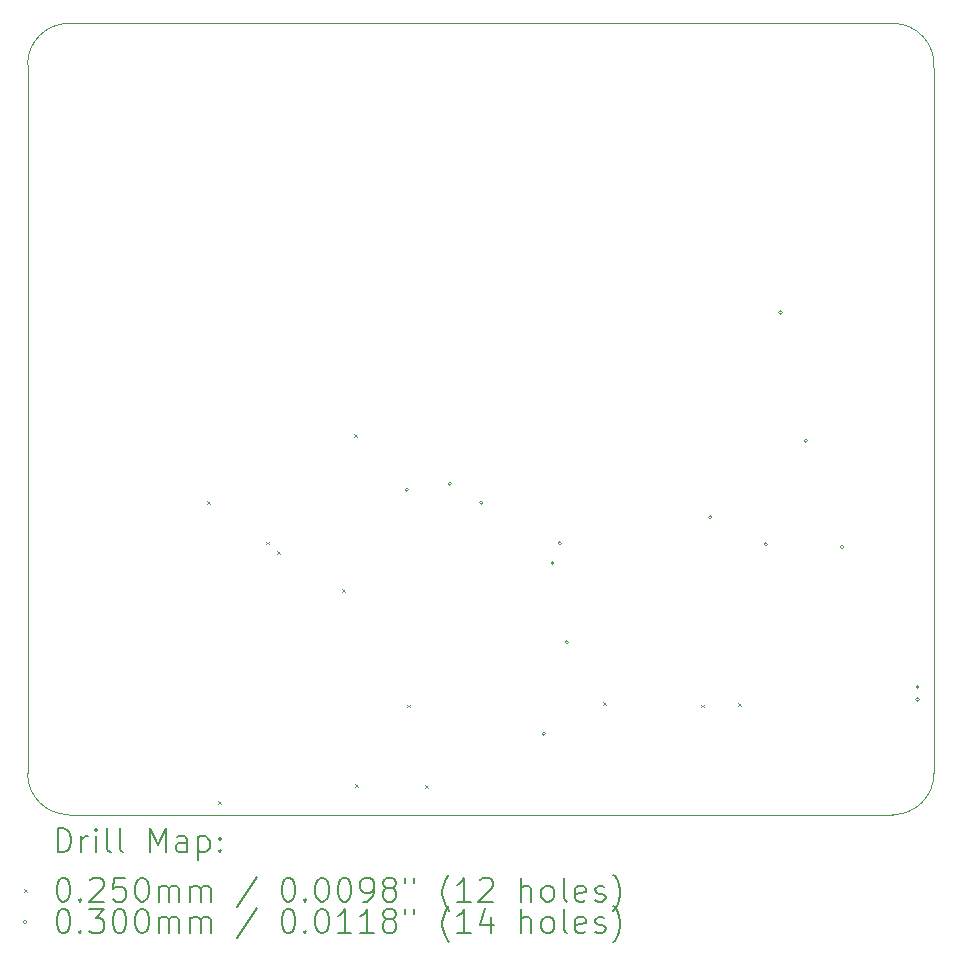
<source format=gbr>
%TF.GenerationSoftware,KiCad,Pcbnew,8.0.4*%
%TF.CreationDate,2024-12-09T12:19:38+01:00*%
%TF.ProjectId,BLDC motor controller,424c4443-206d-46f7-946f-7220636f6e74,1.1*%
%TF.SameCoordinates,Original*%
%TF.FileFunction,Drillmap*%
%TF.FilePolarity,Positive*%
%FSLAX45Y45*%
G04 Gerber Fmt 4.5, Leading zero omitted, Abs format (unit mm)*
G04 Created by KiCad (PCBNEW 8.0.4) date 2024-12-09 12:19:38*
%MOMM*%
%LPD*%
G01*
G04 APERTURE LIST*
%ADD10C,0.100000*%
%ADD11C,0.200000*%
G04 APERTURE END LIST*
D10*
X9725000Y-6750000D02*
X16700000Y-6750000D01*
X9375000Y-7100000D02*
G75*
G02*
X9725000Y-6750000I350000J0D01*
G01*
X9375000Y-13100000D02*
X9375000Y-8750000D01*
X16700000Y-6750000D02*
G75*
G02*
X17049111Y-7124936I0J-350000D01*
G01*
X9725000Y-13450000D02*
X16700000Y-13450000D01*
X17050000Y-13100000D02*
X17050000Y-7125000D01*
X17050000Y-13100000D02*
G75*
G02*
X16700000Y-13450000I-350000J0D01*
G01*
X9725000Y-13450000D02*
G75*
G02*
X9375000Y-13100000I0J350000D01*
G01*
X9375000Y-8750000D02*
X9375000Y-7100000D01*
D11*
D10*
X10892500Y-10792500D02*
X10917500Y-10817500D01*
X10917500Y-10792500D02*
X10892500Y-10817500D01*
X10990000Y-13335000D02*
X11015000Y-13360000D01*
X11015000Y-13335000D02*
X10990000Y-13360000D01*
X11397500Y-11137500D02*
X11422500Y-11162500D01*
X11422500Y-11137500D02*
X11397500Y-11162500D01*
X11487500Y-11217500D02*
X11512500Y-11242500D01*
X11512500Y-11217500D02*
X11487500Y-11242500D01*
X12037500Y-11537500D02*
X12062500Y-11562500D01*
X12062500Y-11537500D02*
X12037500Y-11562500D01*
X12137500Y-10227500D02*
X12162500Y-10252500D01*
X12162500Y-10227500D02*
X12137500Y-10252500D01*
X12147500Y-13187500D02*
X12172500Y-13212500D01*
X12172500Y-13187500D02*
X12147500Y-13212500D01*
X12587500Y-12517500D02*
X12612500Y-12542500D01*
X12612500Y-12517500D02*
X12587500Y-12542500D01*
X12744500Y-13200500D02*
X12769500Y-13225500D01*
X12769500Y-13200500D02*
X12744500Y-13225500D01*
X14250000Y-12500000D02*
X14275000Y-12525000D01*
X14275000Y-12500000D02*
X14250000Y-12525000D01*
X15077500Y-12517500D02*
X15102500Y-12542500D01*
X15102500Y-12517500D02*
X15077500Y-12542500D01*
X15392500Y-12502500D02*
X15417500Y-12527500D01*
X15417500Y-12502500D02*
X15392500Y-12527500D01*
X12601565Y-10700000D02*
G75*
G02*
X12571565Y-10700000I-15000J0D01*
G01*
X12571565Y-10700000D02*
G75*
G02*
X12601565Y-10700000I15000J0D01*
G01*
X12965000Y-10650000D02*
G75*
G02*
X12935000Y-10650000I-15000J0D01*
G01*
X12935000Y-10650000D02*
G75*
G02*
X12965000Y-10650000I15000J0D01*
G01*
X13232882Y-10810000D02*
G75*
G02*
X13202882Y-10810000I-15000J0D01*
G01*
X13202882Y-10810000D02*
G75*
G02*
X13232882Y-10810000I15000J0D01*
G01*
X13760000Y-12765000D02*
G75*
G02*
X13730000Y-12765000I-15000J0D01*
G01*
X13730000Y-12765000D02*
G75*
G02*
X13760000Y-12765000I15000J0D01*
G01*
X13835000Y-11320398D02*
G75*
G02*
X13805000Y-11320398I-15000J0D01*
G01*
X13805000Y-11320398D02*
G75*
G02*
X13835000Y-11320398I15000J0D01*
G01*
X13895793Y-11152552D02*
G75*
G02*
X13865793Y-11152552I-15000J0D01*
G01*
X13865793Y-11152552D02*
G75*
G02*
X13895793Y-11152552I15000J0D01*
G01*
X13954602Y-11990000D02*
G75*
G02*
X13924602Y-11990000I-15000J0D01*
G01*
X13924602Y-11990000D02*
G75*
G02*
X13954602Y-11990000I15000J0D01*
G01*
X15170000Y-10932500D02*
G75*
G02*
X15140000Y-10932500I-15000J0D01*
G01*
X15140000Y-10932500D02*
G75*
G02*
X15170000Y-10932500I15000J0D01*
G01*
X15640000Y-11160000D02*
G75*
G02*
X15610000Y-11160000I-15000J0D01*
G01*
X15610000Y-11160000D02*
G75*
G02*
X15640000Y-11160000I15000J0D01*
G01*
X15765000Y-9200000D02*
G75*
G02*
X15735000Y-9200000I-15000J0D01*
G01*
X15735000Y-9200000D02*
G75*
G02*
X15765000Y-9200000I15000J0D01*
G01*
X15980000Y-10285000D02*
G75*
G02*
X15950000Y-10285000I-15000J0D01*
G01*
X15950000Y-10285000D02*
G75*
G02*
X15980000Y-10285000I15000J0D01*
G01*
X16285000Y-11185000D02*
G75*
G02*
X16255000Y-11185000I-15000J0D01*
G01*
X16255000Y-11185000D02*
G75*
G02*
X16285000Y-11185000I15000J0D01*
G01*
X16925000Y-12370000D02*
G75*
G02*
X16895000Y-12370000I-15000J0D01*
G01*
X16895000Y-12370000D02*
G75*
G02*
X16925000Y-12370000I15000J0D01*
G01*
X16925000Y-12475000D02*
G75*
G02*
X16895000Y-12475000I-15000J0D01*
G01*
X16895000Y-12475000D02*
G75*
G02*
X16925000Y-12475000I15000J0D01*
G01*
D11*
X9630777Y-13766484D02*
X9630777Y-13566484D01*
X9630777Y-13566484D02*
X9678396Y-13566484D01*
X9678396Y-13566484D02*
X9706967Y-13576008D01*
X9706967Y-13576008D02*
X9726015Y-13595055D01*
X9726015Y-13595055D02*
X9735539Y-13614103D01*
X9735539Y-13614103D02*
X9745063Y-13652198D01*
X9745063Y-13652198D02*
X9745063Y-13680769D01*
X9745063Y-13680769D02*
X9735539Y-13718865D01*
X9735539Y-13718865D02*
X9726015Y-13737912D01*
X9726015Y-13737912D02*
X9706967Y-13756960D01*
X9706967Y-13756960D02*
X9678396Y-13766484D01*
X9678396Y-13766484D02*
X9630777Y-13766484D01*
X9830777Y-13766484D02*
X9830777Y-13633150D01*
X9830777Y-13671246D02*
X9840301Y-13652198D01*
X9840301Y-13652198D02*
X9849824Y-13642674D01*
X9849824Y-13642674D02*
X9868872Y-13633150D01*
X9868872Y-13633150D02*
X9887920Y-13633150D01*
X9954586Y-13766484D02*
X9954586Y-13633150D01*
X9954586Y-13566484D02*
X9945063Y-13576008D01*
X9945063Y-13576008D02*
X9954586Y-13585531D01*
X9954586Y-13585531D02*
X9964110Y-13576008D01*
X9964110Y-13576008D02*
X9954586Y-13566484D01*
X9954586Y-13566484D02*
X9954586Y-13585531D01*
X10078396Y-13766484D02*
X10059348Y-13756960D01*
X10059348Y-13756960D02*
X10049824Y-13737912D01*
X10049824Y-13737912D02*
X10049824Y-13566484D01*
X10183158Y-13766484D02*
X10164110Y-13756960D01*
X10164110Y-13756960D02*
X10154586Y-13737912D01*
X10154586Y-13737912D02*
X10154586Y-13566484D01*
X10411729Y-13766484D02*
X10411729Y-13566484D01*
X10411729Y-13566484D02*
X10478396Y-13709341D01*
X10478396Y-13709341D02*
X10545063Y-13566484D01*
X10545063Y-13566484D02*
X10545063Y-13766484D01*
X10726015Y-13766484D02*
X10726015Y-13661722D01*
X10726015Y-13661722D02*
X10716491Y-13642674D01*
X10716491Y-13642674D02*
X10697444Y-13633150D01*
X10697444Y-13633150D02*
X10659348Y-13633150D01*
X10659348Y-13633150D02*
X10640301Y-13642674D01*
X10726015Y-13756960D02*
X10706967Y-13766484D01*
X10706967Y-13766484D02*
X10659348Y-13766484D01*
X10659348Y-13766484D02*
X10640301Y-13756960D01*
X10640301Y-13756960D02*
X10630777Y-13737912D01*
X10630777Y-13737912D02*
X10630777Y-13718865D01*
X10630777Y-13718865D02*
X10640301Y-13699817D01*
X10640301Y-13699817D02*
X10659348Y-13690293D01*
X10659348Y-13690293D02*
X10706967Y-13690293D01*
X10706967Y-13690293D02*
X10726015Y-13680769D01*
X10821253Y-13633150D02*
X10821253Y-13833150D01*
X10821253Y-13642674D02*
X10840301Y-13633150D01*
X10840301Y-13633150D02*
X10878396Y-13633150D01*
X10878396Y-13633150D02*
X10897444Y-13642674D01*
X10897444Y-13642674D02*
X10906967Y-13652198D01*
X10906967Y-13652198D02*
X10916491Y-13671246D01*
X10916491Y-13671246D02*
X10916491Y-13728388D01*
X10916491Y-13728388D02*
X10906967Y-13747436D01*
X10906967Y-13747436D02*
X10897444Y-13756960D01*
X10897444Y-13756960D02*
X10878396Y-13766484D01*
X10878396Y-13766484D02*
X10840301Y-13766484D01*
X10840301Y-13766484D02*
X10821253Y-13756960D01*
X11002205Y-13747436D02*
X11011729Y-13756960D01*
X11011729Y-13756960D02*
X11002205Y-13766484D01*
X11002205Y-13766484D02*
X10992682Y-13756960D01*
X10992682Y-13756960D02*
X11002205Y-13747436D01*
X11002205Y-13747436D02*
X11002205Y-13766484D01*
X11002205Y-13642674D02*
X11011729Y-13652198D01*
X11011729Y-13652198D02*
X11002205Y-13661722D01*
X11002205Y-13661722D02*
X10992682Y-13652198D01*
X10992682Y-13652198D02*
X11002205Y-13642674D01*
X11002205Y-13642674D02*
X11002205Y-13661722D01*
D10*
X9345000Y-14082500D02*
X9370000Y-14107500D01*
X9370000Y-14082500D02*
X9345000Y-14107500D01*
D11*
X9668872Y-13986484D02*
X9687920Y-13986484D01*
X9687920Y-13986484D02*
X9706967Y-13996008D01*
X9706967Y-13996008D02*
X9716491Y-14005531D01*
X9716491Y-14005531D02*
X9726015Y-14024579D01*
X9726015Y-14024579D02*
X9735539Y-14062674D01*
X9735539Y-14062674D02*
X9735539Y-14110293D01*
X9735539Y-14110293D02*
X9726015Y-14148388D01*
X9726015Y-14148388D02*
X9716491Y-14167436D01*
X9716491Y-14167436D02*
X9706967Y-14176960D01*
X9706967Y-14176960D02*
X9687920Y-14186484D01*
X9687920Y-14186484D02*
X9668872Y-14186484D01*
X9668872Y-14186484D02*
X9649824Y-14176960D01*
X9649824Y-14176960D02*
X9640301Y-14167436D01*
X9640301Y-14167436D02*
X9630777Y-14148388D01*
X9630777Y-14148388D02*
X9621253Y-14110293D01*
X9621253Y-14110293D02*
X9621253Y-14062674D01*
X9621253Y-14062674D02*
X9630777Y-14024579D01*
X9630777Y-14024579D02*
X9640301Y-14005531D01*
X9640301Y-14005531D02*
X9649824Y-13996008D01*
X9649824Y-13996008D02*
X9668872Y-13986484D01*
X9821253Y-14167436D02*
X9830777Y-14176960D01*
X9830777Y-14176960D02*
X9821253Y-14186484D01*
X9821253Y-14186484D02*
X9811729Y-14176960D01*
X9811729Y-14176960D02*
X9821253Y-14167436D01*
X9821253Y-14167436D02*
X9821253Y-14186484D01*
X9906967Y-14005531D02*
X9916491Y-13996008D01*
X9916491Y-13996008D02*
X9935539Y-13986484D01*
X9935539Y-13986484D02*
X9983158Y-13986484D01*
X9983158Y-13986484D02*
X10002205Y-13996008D01*
X10002205Y-13996008D02*
X10011729Y-14005531D01*
X10011729Y-14005531D02*
X10021253Y-14024579D01*
X10021253Y-14024579D02*
X10021253Y-14043627D01*
X10021253Y-14043627D02*
X10011729Y-14072198D01*
X10011729Y-14072198D02*
X9897444Y-14186484D01*
X9897444Y-14186484D02*
X10021253Y-14186484D01*
X10202205Y-13986484D02*
X10106967Y-13986484D01*
X10106967Y-13986484D02*
X10097444Y-14081722D01*
X10097444Y-14081722D02*
X10106967Y-14072198D01*
X10106967Y-14072198D02*
X10126015Y-14062674D01*
X10126015Y-14062674D02*
X10173634Y-14062674D01*
X10173634Y-14062674D02*
X10192682Y-14072198D01*
X10192682Y-14072198D02*
X10202205Y-14081722D01*
X10202205Y-14081722D02*
X10211729Y-14100769D01*
X10211729Y-14100769D02*
X10211729Y-14148388D01*
X10211729Y-14148388D02*
X10202205Y-14167436D01*
X10202205Y-14167436D02*
X10192682Y-14176960D01*
X10192682Y-14176960D02*
X10173634Y-14186484D01*
X10173634Y-14186484D02*
X10126015Y-14186484D01*
X10126015Y-14186484D02*
X10106967Y-14176960D01*
X10106967Y-14176960D02*
X10097444Y-14167436D01*
X10335539Y-13986484D02*
X10354586Y-13986484D01*
X10354586Y-13986484D02*
X10373634Y-13996008D01*
X10373634Y-13996008D02*
X10383158Y-14005531D01*
X10383158Y-14005531D02*
X10392682Y-14024579D01*
X10392682Y-14024579D02*
X10402205Y-14062674D01*
X10402205Y-14062674D02*
X10402205Y-14110293D01*
X10402205Y-14110293D02*
X10392682Y-14148388D01*
X10392682Y-14148388D02*
X10383158Y-14167436D01*
X10383158Y-14167436D02*
X10373634Y-14176960D01*
X10373634Y-14176960D02*
X10354586Y-14186484D01*
X10354586Y-14186484D02*
X10335539Y-14186484D01*
X10335539Y-14186484D02*
X10316491Y-14176960D01*
X10316491Y-14176960D02*
X10306967Y-14167436D01*
X10306967Y-14167436D02*
X10297444Y-14148388D01*
X10297444Y-14148388D02*
X10287920Y-14110293D01*
X10287920Y-14110293D02*
X10287920Y-14062674D01*
X10287920Y-14062674D02*
X10297444Y-14024579D01*
X10297444Y-14024579D02*
X10306967Y-14005531D01*
X10306967Y-14005531D02*
X10316491Y-13996008D01*
X10316491Y-13996008D02*
X10335539Y-13986484D01*
X10487920Y-14186484D02*
X10487920Y-14053150D01*
X10487920Y-14072198D02*
X10497444Y-14062674D01*
X10497444Y-14062674D02*
X10516491Y-14053150D01*
X10516491Y-14053150D02*
X10545063Y-14053150D01*
X10545063Y-14053150D02*
X10564110Y-14062674D01*
X10564110Y-14062674D02*
X10573634Y-14081722D01*
X10573634Y-14081722D02*
X10573634Y-14186484D01*
X10573634Y-14081722D02*
X10583158Y-14062674D01*
X10583158Y-14062674D02*
X10602205Y-14053150D01*
X10602205Y-14053150D02*
X10630777Y-14053150D01*
X10630777Y-14053150D02*
X10649825Y-14062674D01*
X10649825Y-14062674D02*
X10659348Y-14081722D01*
X10659348Y-14081722D02*
X10659348Y-14186484D01*
X10754586Y-14186484D02*
X10754586Y-14053150D01*
X10754586Y-14072198D02*
X10764110Y-14062674D01*
X10764110Y-14062674D02*
X10783158Y-14053150D01*
X10783158Y-14053150D02*
X10811729Y-14053150D01*
X10811729Y-14053150D02*
X10830777Y-14062674D01*
X10830777Y-14062674D02*
X10840301Y-14081722D01*
X10840301Y-14081722D02*
X10840301Y-14186484D01*
X10840301Y-14081722D02*
X10849825Y-14062674D01*
X10849825Y-14062674D02*
X10868872Y-14053150D01*
X10868872Y-14053150D02*
X10897444Y-14053150D01*
X10897444Y-14053150D02*
X10916491Y-14062674D01*
X10916491Y-14062674D02*
X10926015Y-14081722D01*
X10926015Y-14081722D02*
X10926015Y-14186484D01*
X11316491Y-13976960D02*
X11145063Y-14234103D01*
X11573634Y-13986484D02*
X11592682Y-13986484D01*
X11592682Y-13986484D02*
X11611729Y-13996008D01*
X11611729Y-13996008D02*
X11621253Y-14005531D01*
X11621253Y-14005531D02*
X11630777Y-14024579D01*
X11630777Y-14024579D02*
X11640301Y-14062674D01*
X11640301Y-14062674D02*
X11640301Y-14110293D01*
X11640301Y-14110293D02*
X11630777Y-14148388D01*
X11630777Y-14148388D02*
X11621253Y-14167436D01*
X11621253Y-14167436D02*
X11611729Y-14176960D01*
X11611729Y-14176960D02*
X11592682Y-14186484D01*
X11592682Y-14186484D02*
X11573634Y-14186484D01*
X11573634Y-14186484D02*
X11554586Y-14176960D01*
X11554586Y-14176960D02*
X11545063Y-14167436D01*
X11545063Y-14167436D02*
X11535539Y-14148388D01*
X11535539Y-14148388D02*
X11526015Y-14110293D01*
X11526015Y-14110293D02*
X11526015Y-14062674D01*
X11526015Y-14062674D02*
X11535539Y-14024579D01*
X11535539Y-14024579D02*
X11545063Y-14005531D01*
X11545063Y-14005531D02*
X11554586Y-13996008D01*
X11554586Y-13996008D02*
X11573634Y-13986484D01*
X11726015Y-14167436D02*
X11735539Y-14176960D01*
X11735539Y-14176960D02*
X11726015Y-14186484D01*
X11726015Y-14186484D02*
X11716491Y-14176960D01*
X11716491Y-14176960D02*
X11726015Y-14167436D01*
X11726015Y-14167436D02*
X11726015Y-14186484D01*
X11859348Y-13986484D02*
X11878396Y-13986484D01*
X11878396Y-13986484D02*
X11897444Y-13996008D01*
X11897444Y-13996008D02*
X11906967Y-14005531D01*
X11906967Y-14005531D02*
X11916491Y-14024579D01*
X11916491Y-14024579D02*
X11926015Y-14062674D01*
X11926015Y-14062674D02*
X11926015Y-14110293D01*
X11926015Y-14110293D02*
X11916491Y-14148388D01*
X11916491Y-14148388D02*
X11906967Y-14167436D01*
X11906967Y-14167436D02*
X11897444Y-14176960D01*
X11897444Y-14176960D02*
X11878396Y-14186484D01*
X11878396Y-14186484D02*
X11859348Y-14186484D01*
X11859348Y-14186484D02*
X11840301Y-14176960D01*
X11840301Y-14176960D02*
X11830777Y-14167436D01*
X11830777Y-14167436D02*
X11821253Y-14148388D01*
X11821253Y-14148388D02*
X11811729Y-14110293D01*
X11811729Y-14110293D02*
X11811729Y-14062674D01*
X11811729Y-14062674D02*
X11821253Y-14024579D01*
X11821253Y-14024579D02*
X11830777Y-14005531D01*
X11830777Y-14005531D02*
X11840301Y-13996008D01*
X11840301Y-13996008D02*
X11859348Y-13986484D01*
X12049825Y-13986484D02*
X12068872Y-13986484D01*
X12068872Y-13986484D02*
X12087920Y-13996008D01*
X12087920Y-13996008D02*
X12097444Y-14005531D01*
X12097444Y-14005531D02*
X12106967Y-14024579D01*
X12106967Y-14024579D02*
X12116491Y-14062674D01*
X12116491Y-14062674D02*
X12116491Y-14110293D01*
X12116491Y-14110293D02*
X12106967Y-14148388D01*
X12106967Y-14148388D02*
X12097444Y-14167436D01*
X12097444Y-14167436D02*
X12087920Y-14176960D01*
X12087920Y-14176960D02*
X12068872Y-14186484D01*
X12068872Y-14186484D02*
X12049825Y-14186484D01*
X12049825Y-14186484D02*
X12030777Y-14176960D01*
X12030777Y-14176960D02*
X12021253Y-14167436D01*
X12021253Y-14167436D02*
X12011729Y-14148388D01*
X12011729Y-14148388D02*
X12002206Y-14110293D01*
X12002206Y-14110293D02*
X12002206Y-14062674D01*
X12002206Y-14062674D02*
X12011729Y-14024579D01*
X12011729Y-14024579D02*
X12021253Y-14005531D01*
X12021253Y-14005531D02*
X12030777Y-13996008D01*
X12030777Y-13996008D02*
X12049825Y-13986484D01*
X12211729Y-14186484D02*
X12249825Y-14186484D01*
X12249825Y-14186484D02*
X12268872Y-14176960D01*
X12268872Y-14176960D02*
X12278396Y-14167436D01*
X12278396Y-14167436D02*
X12297444Y-14138865D01*
X12297444Y-14138865D02*
X12306967Y-14100769D01*
X12306967Y-14100769D02*
X12306967Y-14024579D01*
X12306967Y-14024579D02*
X12297444Y-14005531D01*
X12297444Y-14005531D02*
X12287920Y-13996008D01*
X12287920Y-13996008D02*
X12268872Y-13986484D01*
X12268872Y-13986484D02*
X12230777Y-13986484D01*
X12230777Y-13986484D02*
X12211729Y-13996008D01*
X12211729Y-13996008D02*
X12202206Y-14005531D01*
X12202206Y-14005531D02*
X12192682Y-14024579D01*
X12192682Y-14024579D02*
X12192682Y-14072198D01*
X12192682Y-14072198D02*
X12202206Y-14091246D01*
X12202206Y-14091246D02*
X12211729Y-14100769D01*
X12211729Y-14100769D02*
X12230777Y-14110293D01*
X12230777Y-14110293D02*
X12268872Y-14110293D01*
X12268872Y-14110293D02*
X12287920Y-14100769D01*
X12287920Y-14100769D02*
X12297444Y-14091246D01*
X12297444Y-14091246D02*
X12306967Y-14072198D01*
X12421253Y-14072198D02*
X12402206Y-14062674D01*
X12402206Y-14062674D02*
X12392682Y-14053150D01*
X12392682Y-14053150D02*
X12383158Y-14034103D01*
X12383158Y-14034103D02*
X12383158Y-14024579D01*
X12383158Y-14024579D02*
X12392682Y-14005531D01*
X12392682Y-14005531D02*
X12402206Y-13996008D01*
X12402206Y-13996008D02*
X12421253Y-13986484D01*
X12421253Y-13986484D02*
X12459348Y-13986484D01*
X12459348Y-13986484D02*
X12478396Y-13996008D01*
X12478396Y-13996008D02*
X12487920Y-14005531D01*
X12487920Y-14005531D02*
X12497444Y-14024579D01*
X12497444Y-14024579D02*
X12497444Y-14034103D01*
X12497444Y-14034103D02*
X12487920Y-14053150D01*
X12487920Y-14053150D02*
X12478396Y-14062674D01*
X12478396Y-14062674D02*
X12459348Y-14072198D01*
X12459348Y-14072198D02*
X12421253Y-14072198D01*
X12421253Y-14072198D02*
X12402206Y-14081722D01*
X12402206Y-14081722D02*
X12392682Y-14091246D01*
X12392682Y-14091246D02*
X12383158Y-14110293D01*
X12383158Y-14110293D02*
X12383158Y-14148388D01*
X12383158Y-14148388D02*
X12392682Y-14167436D01*
X12392682Y-14167436D02*
X12402206Y-14176960D01*
X12402206Y-14176960D02*
X12421253Y-14186484D01*
X12421253Y-14186484D02*
X12459348Y-14186484D01*
X12459348Y-14186484D02*
X12478396Y-14176960D01*
X12478396Y-14176960D02*
X12487920Y-14167436D01*
X12487920Y-14167436D02*
X12497444Y-14148388D01*
X12497444Y-14148388D02*
X12497444Y-14110293D01*
X12497444Y-14110293D02*
X12487920Y-14091246D01*
X12487920Y-14091246D02*
X12478396Y-14081722D01*
X12478396Y-14081722D02*
X12459348Y-14072198D01*
X12573634Y-13986484D02*
X12573634Y-14024579D01*
X12649825Y-13986484D02*
X12649825Y-14024579D01*
X12945063Y-14262674D02*
X12935539Y-14253150D01*
X12935539Y-14253150D02*
X12916491Y-14224579D01*
X12916491Y-14224579D02*
X12906968Y-14205531D01*
X12906968Y-14205531D02*
X12897444Y-14176960D01*
X12897444Y-14176960D02*
X12887920Y-14129341D01*
X12887920Y-14129341D02*
X12887920Y-14091246D01*
X12887920Y-14091246D02*
X12897444Y-14043627D01*
X12897444Y-14043627D02*
X12906968Y-14015055D01*
X12906968Y-14015055D02*
X12916491Y-13996008D01*
X12916491Y-13996008D02*
X12935539Y-13967436D01*
X12935539Y-13967436D02*
X12945063Y-13957912D01*
X13126015Y-14186484D02*
X13011729Y-14186484D01*
X13068872Y-14186484D02*
X13068872Y-13986484D01*
X13068872Y-13986484D02*
X13049825Y-14015055D01*
X13049825Y-14015055D02*
X13030777Y-14034103D01*
X13030777Y-14034103D02*
X13011729Y-14043627D01*
X13202206Y-14005531D02*
X13211729Y-13996008D01*
X13211729Y-13996008D02*
X13230777Y-13986484D01*
X13230777Y-13986484D02*
X13278396Y-13986484D01*
X13278396Y-13986484D02*
X13297444Y-13996008D01*
X13297444Y-13996008D02*
X13306968Y-14005531D01*
X13306968Y-14005531D02*
X13316491Y-14024579D01*
X13316491Y-14024579D02*
X13316491Y-14043627D01*
X13316491Y-14043627D02*
X13306968Y-14072198D01*
X13306968Y-14072198D02*
X13192682Y-14186484D01*
X13192682Y-14186484D02*
X13316491Y-14186484D01*
X13554587Y-14186484D02*
X13554587Y-13986484D01*
X13640301Y-14186484D02*
X13640301Y-14081722D01*
X13640301Y-14081722D02*
X13630777Y-14062674D01*
X13630777Y-14062674D02*
X13611730Y-14053150D01*
X13611730Y-14053150D02*
X13583158Y-14053150D01*
X13583158Y-14053150D02*
X13564110Y-14062674D01*
X13564110Y-14062674D02*
X13554587Y-14072198D01*
X13764110Y-14186484D02*
X13745063Y-14176960D01*
X13745063Y-14176960D02*
X13735539Y-14167436D01*
X13735539Y-14167436D02*
X13726015Y-14148388D01*
X13726015Y-14148388D02*
X13726015Y-14091246D01*
X13726015Y-14091246D02*
X13735539Y-14072198D01*
X13735539Y-14072198D02*
X13745063Y-14062674D01*
X13745063Y-14062674D02*
X13764110Y-14053150D01*
X13764110Y-14053150D02*
X13792682Y-14053150D01*
X13792682Y-14053150D02*
X13811730Y-14062674D01*
X13811730Y-14062674D02*
X13821253Y-14072198D01*
X13821253Y-14072198D02*
X13830777Y-14091246D01*
X13830777Y-14091246D02*
X13830777Y-14148388D01*
X13830777Y-14148388D02*
X13821253Y-14167436D01*
X13821253Y-14167436D02*
X13811730Y-14176960D01*
X13811730Y-14176960D02*
X13792682Y-14186484D01*
X13792682Y-14186484D02*
X13764110Y-14186484D01*
X13945063Y-14186484D02*
X13926015Y-14176960D01*
X13926015Y-14176960D02*
X13916491Y-14157912D01*
X13916491Y-14157912D02*
X13916491Y-13986484D01*
X14097444Y-14176960D02*
X14078396Y-14186484D01*
X14078396Y-14186484D02*
X14040301Y-14186484D01*
X14040301Y-14186484D02*
X14021253Y-14176960D01*
X14021253Y-14176960D02*
X14011730Y-14157912D01*
X14011730Y-14157912D02*
X14011730Y-14081722D01*
X14011730Y-14081722D02*
X14021253Y-14062674D01*
X14021253Y-14062674D02*
X14040301Y-14053150D01*
X14040301Y-14053150D02*
X14078396Y-14053150D01*
X14078396Y-14053150D02*
X14097444Y-14062674D01*
X14097444Y-14062674D02*
X14106968Y-14081722D01*
X14106968Y-14081722D02*
X14106968Y-14100769D01*
X14106968Y-14100769D02*
X14011730Y-14119817D01*
X14183158Y-14176960D02*
X14202206Y-14186484D01*
X14202206Y-14186484D02*
X14240301Y-14186484D01*
X14240301Y-14186484D02*
X14259349Y-14176960D01*
X14259349Y-14176960D02*
X14268872Y-14157912D01*
X14268872Y-14157912D02*
X14268872Y-14148388D01*
X14268872Y-14148388D02*
X14259349Y-14129341D01*
X14259349Y-14129341D02*
X14240301Y-14119817D01*
X14240301Y-14119817D02*
X14211730Y-14119817D01*
X14211730Y-14119817D02*
X14192682Y-14110293D01*
X14192682Y-14110293D02*
X14183158Y-14091246D01*
X14183158Y-14091246D02*
X14183158Y-14081722D01*
X14183158Y-14081722D02*
X14192682Y-14062674D01*
X14192682Y-14062674D02*
X14211730Y-14053150D01*
X14211730Y-14053150D02*
X14240301Y-14053150D01*
X14240301Y-14053150D02*
X14259349Y-14062674D01*
X14335539Y-14262674D02*
X14345063Y-14253150D01*
X14345063Y-14253150D02*
X14364111Y-14224579D01*
X14364111Y-14224579D02*
X14373634Y-14205531D01*
X14373634Y-14205531D02*
X14383158Y-14176960D01*
X14383158Y-14176960D02*
X14392682Y-14129341D01*
X14392682Y-14129341D02*
X14392682Y-14091246D01*
X14392682Y-14091246D02*
X14383158Y-14043627D01*
X14383158Y-14043627D02*
X14373634Y-14015055D01*
X14373634Y-14015055D02*
X14364111Y-13996008D01*
X14364111Y-13996008D02*
X14345063Y-13967436D01*
X14345063Y-13967436D02*
X14335539Y-13957912D01*
D10*
X9370000Y-14359000D02*
G75*
G02*
X9340000Y-14359000I-15000J0D01*
G01*
X9340000Y-14359000D02*
G75*
G02*
X9370000Y-14359000I15000J0D01*
G01*
D11*
X9668872Y-14250484D02*
X9687920Y-14250484D01*
X9687920Y-14250484D02*
X9706967Y-14260008D01*
X9706967Y-14260008D02*
X9716491Y-14269531D01*
X9716491Y-14269531D02*
X9726015Y-14288579D01*
X9726015Y-14288579D02*
X9735539Y-14326674D01*
X9735539Y-14326674D02*
X9735539Y-14374293D01*
X9735539Y-14374293D02*
X9726015Y-14412388D01*
X9726015Y-14412388D02*
X9716491Y-14431436D01*
X9716491Y-14431436D02*
X9706967Y-14440960D01*
X9706967Y-14440960D02*
X9687920Y-14450484D01*
X9687920Y-14450484D02*
X9668872Y-14450484D01*
X9668872Y-14450484D02*
X9649824Y-14440960D01*
X9649824Y-14440960D02*
X9640301Y-14431436D01*
X9640301Y-14431436D02*
X9630777Y-14412388D01*
X9630777Y-14412388D02*
X9621253Y-14374293D01*
X9621253Y-14374293D02*
X9621253Y-14326674D01*
X9621253Y-14326674D02*
X9630777Y-14288579D01*
X9630777Y-14288579D02*
X9640301Y-14269531D01*
X9640301Y-14269531D02*
X9649824Y-14260008D01*
X9649824Y-14260008D02*
X9668872Y-14250484D01*
X9821253Y-14431436D02*
X9830777Y-14440960D01*
X9830777Y-14440960D02*
X9821253Y-14450484D01*
X9821253Y-14450484D02*
X9811729Y-14440960D01*
X9811729Y-14440960D02*
X9821253Y-14431436D01*
X9821253Y-14431436D02*
X9821253Y-14450484D01*
X9897444Y-14250484D02*
X10021253Y-14250484D01*
X10021253Y-14250484D02*
X9954586Y-14326674D01*
X9954586Y-14326674D02*
X9983158Y-14326674D01*
X9983158Y-14326674D02*
X10002205Y-14336198D01*
X10002205Y-14336198D02*
X10011729Y-14345722D01*
X10011729Y-14345722D02*
X10021253Y-14364769D01*
X10021253Y-14364769D02*
X10021253Y-14412388D01*
X10021253Y-14412388D02*
X10011729Y-14431436D01*
X10011729Y-14431436D02*
X10002205Y-14440960D01*
X10002205Y-14440960D02*
X9983158Y-14450484D01*
X9983158Y-14450484D02*
X9926015Y-14450484D01*
X9926015Y-14450484D02*
X9906967Y-14440960D01*
X9906967Y-14440960D02*
X9897444Y-14431436D01*
X10145063Y-14250484D02*
X10164110Y-14250484D01*
X10164110Y-14250484D02*
X10183158Y-14260008D01*
X10183158Y-14260008D02*
X10192682Y-14269531D01*
X10192682Y-14269531D02*
X10202205Y-14288579D01*
X10202205Y-14288579D02*
X10211729Y-14326674D01*
X10211729Y-14326674D02*
X10211729Y-14374293D01*
X10211729Y-14374293D02*
X10202205Y-14412388D01*
X10202205Y-14412388D02*
X10192682Y-14431436D01*
X10192682Y-14431436D02*
X10183158Y-14440960D01*
X10183158Y-14440960D02*
X10164110Y-14450484D01*
X10164110Y-14450484D02*
X10145063Y-14450484D01*
X10145063Y-14450484D02*
X10126015Y-14440960D01*
X10126015Y-14440960D02*
X10116491Y-14431436D01*
X10116491Y-14431436D02*
X10106967Y-14412388D01*
X10106967Y-14412388D02*
X10097444Y-14374293D01*
X10097444Y-14374293D02*
X10097444Y-14326674D01*
X10097444Y-14326674D02*
X10106967Y-14288579D01*
X10106967Y-14288579D02*
X10116491Y-14269531D01*
X10116491Y-14269531D02*
X10126015Y-14260008D01*
X10126015Y-14260008D02*
X10145063Y-14250484D01*
X10335539Y-14250484D02*
X10354586Y-14250484D01*
X10354586Y-14250484D02*
X10373634Y-14260008D01*
X10373634Y-14260008D02*
X10383158Y-14269531D01*
X10383158Y-14269531D02*
X10392682Y-14288579D01*
X10392682Y-14288579D02*
X10402205Y-14326674D01*
X10402205Y-14326674D02*
X10402205Y-14374293D01*
X10402205Y-14374293D02*
X10392682Y-14412388D01*
X10392682Y-14412388D02*
X10383158Y-14431436D01*
X10383158Y-14431436D02*
X10373634Y-14440960D01*
X10373634Y-14440960D02*
X10354586Y-14450484D01*
X10354586Y-14450484D02*
X10335539Y-14450484D01*
X10335539Y-14450484D02*
X10316491Y-14440960D01*
X10316491Y-14440960D02*
X10306967Y-14431436D01*
X10306967Y-14431436D02*
X10297444Y-14412388D01*
X10297444Y-14412388D02*
X10287920Y-14374293D01*
X10287920Y-14374293D02*
X10287920Y-14326674D01*
X10287920Y-14326674D02*
X10297444Y-14288579D01*
X10297444Y-14288579D02*
X10306967Y-14269531D01*
X10306967Y-14269531D02*
X10316491Y-14260008D01*
X10316491Y-14260008D02*
X10335539Y-14250484D01*
X10487920Y-14450484D02*
X10487920Y-14317150D01*
X10487920Y-14336198D02*
X10497444Y-14326674D01*
X10497444Y-14326674D02*
X10516491Y-14317150D01*
X10516491Y-14317150D02*
X10545063Y-14317150D01*
X10545063Y-14317150D02*
X10564110Y-14326674D01*
X10564110Y-14326674D02*
X10573634Y-14345722D01*
X10573634Y-14345722D02*
X10573634Y-14450484D01*
X10573634Y-14345722D02*
X10583158Y-14326674D01*
X10583158Y-14326674D02*
X10602205Y-14317150D01*
X10602205Y-14317150D02*
X10630777Y-14317150D01*
X10630777Y-14317150D02*
X10649825Y-14326674D01*
X10649825Y-14326674D02*
X10659348Y-14345722D01*
X10659348Y-14345722D02*
X10659348Y-14450484D01*
X10754586Y-14450484D02*
X10754586Y-14317150D01*
X10754586Y-14336198D02*
X10764110Y-14326674D01*
X10764110Y-14326674D02*
X10783158Y-14317150D01*
X10783158Y-14317150D02*
X10811729Y-14317150D01*
X10811729Y-14317150D02*
X10830777Y-14326674D01*
X10830777Y-14326674D02*
X10840301Y-14345722D01*
X10840301Y-14345722D02*
X10840301Y-14450484D01*
X10840301Y-14345722D02*
X10849825Y-14326674D01*
X10849825Y-14326674D02*
X10868872Y-14317150D01*
X10868872Y-14317150D02*
X10897444Y-14317150D01*
X10897444Y-14317150D02*
X10916491Y-14326674D01*
X10916491Y-14326674D02*
X10926015Y-14345722D01*
X10926015Y-14345722D02*
X10926015Y-14450484D01*
X11316491Y-14240960D02*
X11145063Y-14498103D01*
X11573634Y-14250484D02*
X11592682Y-14250484D01*
X11592682Y-14250484D02*
X11611729Y-14260008D01*
X11611729Y-14260008D02*
X11621253Y-14269531D01*
X11621253Y-14269531D02*
X11630777Y-14288579D01*
X11630777Y-14288579D02*
X11640301Y-14326674D01*
X11640301Y-14326674D02*
X11640301Y-14374293D01*
X11640301Y-14374293D02*
X11630777Y-14412388D01*
X11630777Y-14412388D02*
X11621253Y-14431436D01*
X11621253Y-14431436D02*
X11611729Y-14440960D01*
X11611729Y-14440960D02*
X11592682Y-14450484D01*
X11592682Y-14450484D02*
X11573634Y-14450484D01*
X11573634Y-14450484D02*
X11554586Y-14440960D01*
X11554586Y-14440960D02*
X11545063Y-14431436D01*
X11545063Y-14431436D02*
X11535539Y-14412388D01*
X11535539Y-14412388D02*
X11526015Y-14374293D01*
X11526015Y-14374293D02*
X11526015Y-14326674D01*
X11526015Y-14326674D02*
X11535539Y-14288579D01*
X11535539Y-14288579D02*
X11545063Y-14269531D01*
X11545063Y-14269531D02*
X11554586Y-14260008D01*
X11554586Y-14260008D02*
X11573634Y-14250484D01*
X11726015Y-14431436D02*
X11735539Y-14440960D01*
X11735539Y-14440960D02*
X11726015Y-14450484D01*
X11726015Y-14450484D02*
X11716491Y-14440960D01*
X11716491Y-14440960D02*
X11726015Y-14431436D01*
X11726015Y-14431436D02*
X11726015Y-14450484D01*
X11859348Y-14250484D02*
X11878396Y-14250484D01*
X11878396Y-14250484D02*
X11897444Y-14260008D01*
X11897444Y-14260008D02*
X11906967Y-14269531D01*
X11906967Y-14269531D02*
X11916491Y-14288579D01*
X11916491Y-14288579D02*
X11926015Y-14326674D01*
X11926015Y-14326674D02*
X11926015Y-14374293D01*
X11926015Y-14374293D02*
X11916491Y-14412388D01*
X11916491Y-14412388D02*
X11906967Y-14431436D01*
X11906967Y-14431436D02*
X11897444Y-14440960D01*
X11897444Y-14440960D02*
X11878396Y-14450484D01*
X11878396Y-14450484D02*
X11859348Y-14450484D01*
X11859348Y-14450484D02*
X11840301Y-14440960D01*
X11840301Y-14440960D02*
X11830777Y-14431436D01*
X11830777Y-14431436D02*
X11821253Y-14412388D01*
X11821253Y-14412388D02*
X11811729Y-14374293D01*
X11811729Y-14374293D02*
X11811729Y-14326674D01*
X11811729Y-14326674D02*
X11821253Y-14288579D01*
X11821253Y-14288579D02*
X11830777Y-14269531D01*
X11830777Y-14269531D02*
X11840301Y-14260008D01*
X11840301Y-14260008D02*
X11859348Y-14250484D01*
X12116491Y-14450484D02*
X12002206Y-14450484D01*
X12059348Y-14450484D02*
X12059348Y-14250484D01*
X12059348Y-14250484D02*
X12040301Y-14279055D01*
X12040301Y-14279055D02*
X12021253Y-14298103D01*
X12021253Y-14298103D02*
X12002206Y-14307627D01*
X12306967Y-14450484D02*
X12192682Y-14450484D01*
X12249825Y-14450484D02*
X12249825Y-14250484D01*
X12249825Y-14250484D02*
X12230777Y-14279055D01*
X12230777Y-14279055D02*
X12211729Y-14298103D01*
X12211729Y-14298103D02*
X12192682Y-14307627D01*
X12421253Y-14336198D02*
X12402206Y-14326674D01*
X12402206Y-14326674D02*
X12392682Y-14317150D01*
X12392682Y-14317150D02*
X12383158Y-14298103D01*
X12383158Y-14298103D02*
X12383158Y-14288579D01*
X12383158Y-14288579D02*
X12392682Y-14269531D01*
X12392682Y-14269531D02*
X12402206Y-14260008D01*
X12402206Y-14260008D02*
X12421253Y-14250484D01*
X12421253Y-14250484D02*
X12459348Y-14250484D01*
X12459348Y-14250484D02*
X12478396Y-14260008D01*
X12478396Y-14260008D02*
X12487920Y-14269531D01*
X12487920Y-14269531D02*
X12497444Y-14288579D01*
X12497444Y-14288579D02*
X12497444Y-14298103D01*
X12497444Y-14298103D02*
X12487920Y-14317150D01*
X12487920Y-14317150D02*
X12478396Y-14326674D01*
X12478396Y-14326674D02*
X12459348Y-14336198D01*
X12459348Y-14336198D02*
X12421253Y-14336198D01*
X12421253Y-14336198D02*
X12402206Y-14345722D01*
X12402206Y-14345722D02*
X12392682Y-14355246D01*
X12392682Y-14355246D02*
X12383158Y-14374293D01*
X12383158Y-14374293D02*
X12383158Y-14412388D01*
X12383158Y-14412388D02*
X12392682Y-14431436D01*
X12392682Y-14431436D02*
X12402206Y-14440960D01*
X12402206Y-14440960D02*
X12421253Y-14450484D01*
X12421253Y-14450484D02*
X12459348Y-14450484D01*
X12459348Y-14450484D02*
X12478396Y-14440960D01*
X12478396Y-14440960D02*
X12487920Y-14431436D01*
X12487920Y-14431436D02*
X12497444Y-14412388D01*
X12497444Y-14412388D02*
X12497444Y-14374293D01*
X12497444Y-14374293D02*
X12487920Y-14355246D01*
X12487920Y-14355246D02*
X12478396Y-14345722D01*
X12478396Y-14345722D02*
X12459348Y-14336198D01*
X12573634Y-14250484D02*
X12573634Y-14288579D01*
X12649825Y-14250484D02*
X12649825Y-14288579D01*
X12945063Y-14526674D02*
X12935539Y-14517150D01*
X12935539Y-14517150D02*
X12916491Y-14488579D01*
X12916491Y-14488579D02*
X12906968Y-14469531D01*
X12906968Y-14469531D02*
X12897444Y-14440960D01*
X12897444Y-14440960D02*
X12887920Y-14393341D01*
X12887920Y-14393341D02*
X12887920Y-14355246D01*
X12887920Y-14355246D02*
X12897444Y-14307627D01*
X12897444Y-14307627D02*
X12906968Y-14279055D01*
X12906968Y-14279055D02*
X12916491Y-14260008D01*
X12916491Y-14260008D02*
X12935539Y-14231436D01*
X12935539Y-14231436D02*
X12945063Y-14221912D01*
X13126015Y-14450484D02*
X13011729Y-14450484D01*
X13068872Y-14450484D02*
X13068872Y-14250484D01*
X13068872Y-14250484D02*
X13049825Y-14279055D01*
X13049825Y-14279055D02*
X13030777Y-14298103D01*
X13030777Y-14298103D02*
X13011729Y-14307627D01*
X13297444Y-14317150D02*
X13297444Y-14450484D01*
X13249825Y-14240960D02*
X13202206Y-14383817D01*
X13202206Y-14383817D02*
X13326015Y-14383817D01*
X13554587Y-14450484D02*
X13554587Y-14250484D01*
X13640301Y-14450484D02*
X13640301Y-14345722D01*
X13640301Y-14345722D02*
X13630777Y-14326674D01*
X13630777Y-14326674D02*
X13611730Y-14317150D01*
X13611730Y-14317150D02*
X13583158Y-14317150D01*
X13583158Y-14317150D02*
X13564110Y-14326674D01*
X13564110Y-14326674D02*
X13554587Y-14336198D01*
X13764110Y-14450484D02*
X13745063Y-14440960D01*
X13745063Y-14440960D02*
X13735539Y-14431436D01*
X13735539Y-14431436D02*
X13726015Y-14412388D01*
X13726015Y-14412388D02*
X13726015Y-14355246D01*
X13726015Y-14355246D02*
X13735539Y-14336198D01*
X13735539Y-14336198D02*
X13745063Y-14326674D01*
X13745063Y-14326674D02*
X13764110Y-14317150D01*
X13764110Y-14317150D02*
X13792682Y-14317150D01*
X13792682Y-14317150D02*
X13811730Y-14326674D01*
X13811730Y-14326674D02*
X13821253Y-14336198D01*
X13821253Y-14336198D02*
X13830777Y-14355246D01*
X13830777Y-14355246D02*
X13830777Y-14412388D01*
X13830777Y-14412388D02*
X13821253Y-14431436D01*
X13821253Y-14431436D02*
X13811730Y-14440960D01*
X13811730Y-14440960D02*
X13792682Y-14450484D01*
X13792682Y-14450484D02*
X13764110Y-14450484D01*
X13945063Y-14450484D02*
X13926015Y-14440960D01*
X13926015Y-14440960D02*
X13916491Y-14421912D01*
X13916491Y-14421912D02*
X13916491Y-14250484D01*
X14097444Y-14440960D02*
X14078396Y-14450484D01*
X14078396Y-14450484D02*
X14040301Y-14450484D01*
X14040301Y-14450484D02*
X14021253Y-14440960D01*
X14021253Y-14440960D02*
X14011730Y-14421912D01*
X14011730Y-14421912D02*
X14011730Y-14345722D01*
X14011730Y-14345722D02*
X14021253Y-14326674D01*
X14021253Y-14326674D02*
X14040301Y-14317150D01*
X14040301Y-14317150D02*
X14078396Y-14317150D01*
X14078396Y-14317150D02*
X14097444Y-14326674D01*
X14097444Y-14326674D02*
X14106968Y-14345722D01*
X14106968Y-14345722D02*
X14106968Y-14364769D01*
X14106968Y-14364769D02*
X14011730Y-14383817D01*
X14183158Y-14440960D02*
X14202206Y-14450484D01*
X14202206Y-14450484D02*
X14240301Y-14450484D01*
X14240301Y-14450484D02*
X14259349Y-14440960D01*
X14259349Y-14440960D02*
X14268872Y-14421912D01*
X14268872Y-14421912D02*
X14268872Y-14412388D01*
X14268872Y-14412388D02*
X14259349Y-14393341D01*
X14259349Y-14393341D02*
X14240301Y-14383817D01*
X14240301Y-14383817D02*
X14211730Y-14383817D01*
X14211730Y-14383817D02*
X14192682Y-14374293D01*
X14192682Y-14374293D02*
X14183158Y-14355246D01*
X14183158Y-14355246D02*
X14183158Y-14345722D01*
X14183158Y-14345722D02*
X14192682Y-14326674D01*
X14192682Y-14326674D02*
X14211730Y-14317150D01*
X14211730Y-14317150D02*
X14240301Y-14317150D01*
X14240301Y-14317150D02*
X14259349Y-14326674D01*
X14335539Y-14526674D02*
X14345063Y-14517150D01*
X14345063Y-14517150D02*
X14364111Y-14488579D01*
X14364111Y-14488579D02*
X14373634Y-14469531D01*
X14373634Y-14469531D02*
X14383158Y-14440960D01*
X14383158Y-14440960D02*
X14392682Y-14393341D01*
X14392682Y-14393341D02*
X14392682Y-14355246D01*
X14392682Y-14355246D02*
X14383158Y-14307627D01*
X14383158Y-14307627D02*
X14373634Y-14279055D01*
X14373634Y-14279055D02*
X14364111Y-14260008D01*
X14364111Y-14260008D02*
X14345063Y-14231436D01*
X14345063Y-14231436D02*
X14335539Y-14221912D01*
M02*

</source>
